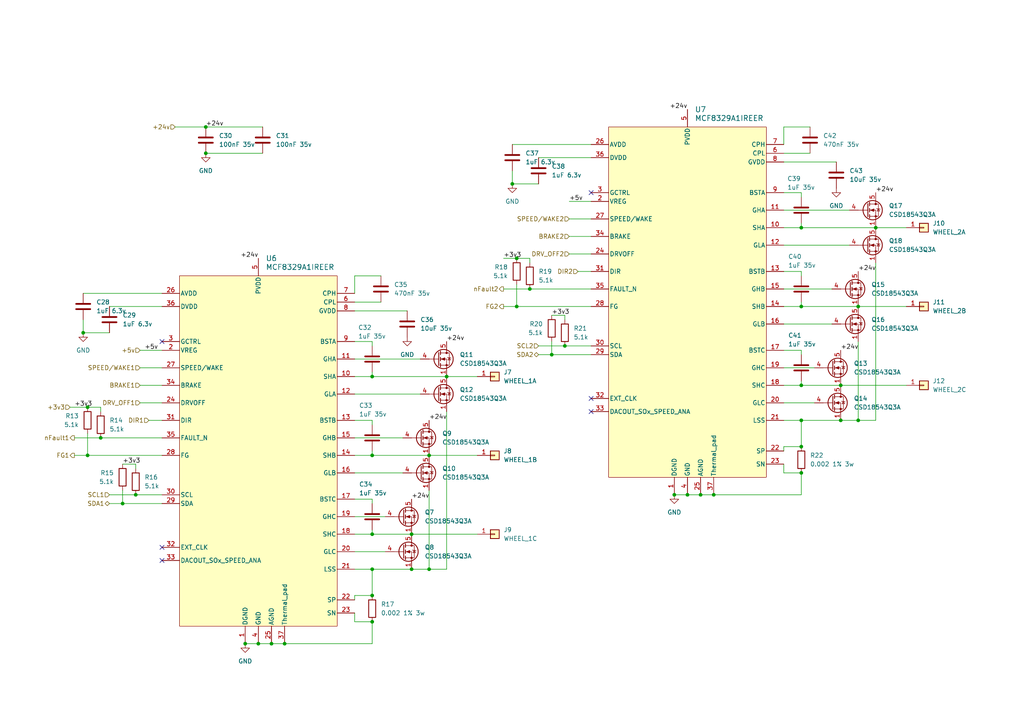
<source format=kicad_sch>
(kicad_sch (version 20250114) (generator "eeschema") (generator_version "9.0")
  (paper "A4")
  (title_block (title "Wheel BLDC Driver") (date "2025-10-25") (rev "0.0.1"))
  (lib_symbols
    (symbol "2025-10-25_02-51-20:MCF8329A1IREER" (pin_names (offset 0.254))
      (property "Reference" "U" (at 0 2.54 0))
      (property "Value" "MCF8329A1IREER" (at 0 0 0))
      (symbol "MCF8329A1IREER_0_1"
        (pin power_in line (at -1.27 0 0) (length 5.08) (name "AVDD") (number "26"))
        (pin power_in line (at -1.27 -3.81 0) (length 5.08) (name "DVDD") (number "36"))
        (pin unspecified line (at -1.27 -13.97 0) (length 5.08) (name "GCTRL") (number "3"))
        (pin power_in line (at -1.27 -16.51 0) (length 5.08) (name "VREG") (number "2"))
        (pin input line (at -1.27 -26.67 0) (length 5.08) (name "BRAKE") (number "34"))
        (pin input line (at -1.27 -31.75 0) (length 5.08) (name "DRVOFF") (number "24"))
        (pin input line (at -1.27 -36.83 0) (length 5.08) (name "DIR") (number "31"))
        (pin open_collector line (at -1.27 -41.91 0) (length 5.08) (name "FAULT_N") (number "35"))
        (pin open_collector line (at -1.27 -46.99 0) (length 5.08) (name "FG") (number "28"))
        (pin input line (at -1.27 -58.42 0) (length 5.08) (name "SCL") (number "30"))
        (pin bidirectional line (at -1.27 -60.96 0) (length 5.08) (name "SDA") (number "29"))
        (pin input line (at -1.27 -73.66 0) (length 5.08) (name "EXT_CLK") (number "32"))
        (pin bidirectional line (at -1.27 -77.47 0) (length 5.08) (name "DACOUT_SOx_SPEED_ANA") (number "33"))
        (pin power_in line (at 22.86 -101.6 90) (length 5.08) (name "DGND") (number "1"))
        (pin power_in line (at 26.67 10.16 270) (length 5.08) (name "PVDD") (number "5"))
        (pin power_in line (at 26.67 -101.6 90) (length 5.08) (name "GND") (number "4"))
        (pin power_in line (at 30.48 -101.6 90) (length 5.08) (name "AGND") (number "25"))
        (pin power_in line (at 34.29 -101.6 90) (length 5.08) (name "Thermal_pad") (number "37"))
        (pin unspecified line (at 54.61 0 180) (length 5.08) (name "CPH") (number "7"))
        (pin unspecified line (at 54.61 -2.54 180) (length 5.08) (name "CPL") (number "6"))
        (pin power_in line (at 54.61 -5.08 180) (length 5.08) (name "GVDD") (number "8"))
        (pin unspecified line (at 54.61 -13.97 180) (length 5.08) (name "BSTA") (number "9"))
        (pin unspecified line (at 54.61 -19.05 180) (length 5.08) (name "GHA") (number "11"))
        (pin unspecified line (at 54.61 -24.13 180) (length 5.08) (name "SHA") (number "10"))
        (pin unspecified line (at 54.61 -29.21 180) (length 5.08) (name "GLA") (number "12"))
        (pin unspecified line (at 54.61 -36.83 180) (length 5.08) (name "BSTB") (number "13"))
        (pin unspecified line (at 54.61 -41.91 180) (length 5.08) (name "GHB") (number "15"))
        (pin unspecified line (at 54.61 -46.99 180) (length 5.08) (name "SHB") (number "14"))
        (pin unspecified line (at 54.61 -52.07 180) (length 5.08) (name "GLB") (number "16"))
        (pin unspecified line (at 54.61 -59.69 180) (length 5.08) (name "BSTC") (number "17"))
        (pin unspecified line (at 54.61 -64.77 180) (length 5.08) (name "GHC") (number "19"))
        (pin unspecified line (at 54.61 -69.85 180) (length 5.08) (name "SHC") (number "18"))
        (pin unspecified line (at 54.61 -74.93 180) (length 5.08) (name "GLC") (number "20"))
        (pin power_in line (at 54.61 -80.01 180) (length 5.08) (name "LSS") (number "21"))
        (pin tri_state line (at 54.61 -88.9 180) (length 5.08) (name "SP") (number "22"))
        (pin tri_state line (at 54.61 -92.71 180) (length 5.08) (name "SN") (number "23"))
      )
      (symbol "MCF8329A1IREER_1_1"
        (rectangle (start 3.81 5.08) (end 49.53 -96.52) (fill (type background)))
        (pin input line (at -1.27 -21.59 0) (length 5.08) (name "SPEED/WAKE") (number "27"))
      )
    )
    (symbol "Connector_Generic:Conn_01x01" (pin_names (offset 1.016) (hide yes))
      (property "Reference" "J" (at 0 2.54 0))
      (property "Value" "Conn_01x01" (at 0 -2.54 0))
      (symbol "Conn_01x01_1_1"
        (rectangle (start -1.27 1.27) (end 1.27 -1.27) (stroke (width 0.254)) (fill (type background)))
        (rectangle (start -1.27 0.127) (end 0 -0.127) (stroke (width 0.1524)))
        (pin passive line (at -5.08 0 0) (length 3.81) (name "Pin_1") (number "1"))
      )
    )
    (symbol "Device:C" (pin_numbers (hide yes)) (pin_names (offset 0.254))
      (property "Reference" "C" (at 0.635 2.54 0))
      (property "Value" "C" (at 0.635 -2.54 0))
      (symbol "C_0_1"
        (polyline (pts (xy -2.032 0.762) (xy 2.032 0.762)) (stroke (width 0.508)))
        (polyline (pts (xy -2.032 -0.762) (xy 2.032 -0.762)) (stroke (width 0.508)))
      )
      (symbol "C_1_1"
        (pin passive line (at 0 3.81 270) (length 2.794) (name "~") (number "1"))
        (pin passive line (at 0 -3.81 90) (length 2.794) (name "~") (number "2"))
      )
    )
    (symbol "Device:R" (pin_numbers (hide yes)) (pin_names (offset 0))
      (property "Reference" "R" (at 2.032 0 90))
      (property "Value" "R" (at 0 0 90))
      (symbol "R_0_1"
        (rectangle (start -1.016 -2.54) (end 1.016 2.54) (stroke (width 0.254)))
      )
      (symbol "R_1_1"
        (pin passive line (at 0 3.81 270) (length 1.27) (name "~") (number "1"))
        (pin passive line (at 0 -3.81 90) (length 1.27) (name "~") (number "2"))
      )
    )
    (symbol "Transistor_FET:CSD18543Q3A" (pin_names (hide yes))
      (property "Reference" "Q" (at 5.08 1.905 0))
      (property "Value" "CSD18543Q3A" (at 5.08 0 0))
      (symbol "CSD18543Q3A_0_1"
        (polyline (pts (xy 0.254 1.905) (xy 0.254 -1.905)) (stroke (width 0.254)))
        (polyline (pts (xy 0.254 0) (xy -2.54 0)))
        (polyline (pts (xy 0.762 2.286) (xy 0.762 1.27)) (stroke (width 0.254)))
        (polyline (pts (xy 0.762 0.508) (xy 0.762 -0.508)) (stroke (width 0.254)))
        (polyline (pts (xy 0.762 -1.27) (xy 0.762 -2.286)) (stroke (width 0.254)))
        (polyline (pts (xy 0.762 -1.778) (xy 3.302 -1.778) (xy 3.302 1.778) (xy 0.762 1.778)))
        (polyline (pts (xy 1.016 0) (xy 2.032 0.381) (xy 2.032 -0.381) (xy 1.016 0)) (fill (type outline)))
        (circle (center 1.651 0) (radius 2.794) (stroke (width 0.254)))
        (polyline (pts (xy 2.54 2.54) (xy 2.54 1.778)))
        (circle (center 2.54 1.778) (radius 0.254) (fill (type outline)))
        (circle (center 2.54 -1.778) (radius 0.254) (fill (type outline)))
        (polyline (pts (xy 2.54 -2.54) (xy 2.54 0) (xy 0.762 0)))
        (polyline (pts (xy 2.794 0.508) (xy 2.921 0.381) (xy 3.683 0.381) (xy 3.81 0.254)))
        (polyline (pts (xy 3.302 0.381) (xy 2.921 -0.254) (xy 3.683 -0.254) (xy 3.302 0.381)))
      )
      (symbol "CSD18543Q3A_1_1"
        (pin passive line (at -5.08 0 0) (length 2.54) (name "G") (number "4"))
        (pin passive line (at 2.54 5.08 270) (length 2.54) (name "D") (number "5"))
        (pin passive line (at 2.54 -5.08 90) (length 2.54) (name "S") (number "1"))
        (pin passive line (at 2.54 -5.08 90) (length 2.54) (hide yes) (name "S") (number "2"))
        (pin passive line (at 2.54 -5.08 90) (length 2.54) (hide yes) (name "S") (number "3"))
      )
    )
    (symbol "power:GND" (power) (pin_numbers (hide yes)) (pin_names (offset 0) (hide yes))
      (property "Value" "GND" (at 0 -3.81 0))
      (symbol "GND_0_1"
        (polyline (pts (xy 0 0) (xy 0 -1.27) (xy 1.27 -1.27) (xy 0 -2.54) (xy -1.27 -1.27) (xy 0 -1.27)))
      )
      (symbol "GND_1_1"
        (pin power_in line (at 0 0 270) (length 0) (name "~") (number "1"))
      )
    )
  )
  (junction (at 107.95 109.22))
  (junction (at 149.86 74.93))
  (junction (at 107.95 165.1))
  (junction (at 232.41 121.92))
  (junction (at 207.01 143.51))
  (junction (at 107.95 154.94))
  (junction (at 203.2 143.51))
  (junction (at 232.41 137.16))
  (junction (at 163.83 100.33))
  (junction (at 243.84 121.92))
  (junction (at 74.93 186.69))
  (junction (at 199.39 143.51))
  (junction (at 248.92 88.9))
  (junction (at 232.41 129.54))
  (junction (at 149.86 88.9))
  (junction (at 59.69 44.45))
  (junction (at 39.37 143.51))
  (junction (at 148.59 53.34))
  (junction (at 124.46 132.08))
  (junction (at 129.54 109.22))
  (junction (at 119.38 165.1))
  (junction (at 35.56 146.05))
  (junction (at 71.12 186.69))
  (junction (at 195.58 143.51))
  (junction (at 25.4 132.08))
  (junction (at 232.41 66.04))
  (junction (at 124.46 165.1))
  (junction (at 232.41 111.76))
  (junction (at 153.67 83.82))
  (junction (at 254 66.04))
  (junction (at 25.4 118.11))
  (junction (at 107.95 180.34))
  (junction (at 107.95 132.08))
  (junction (at 24.13 96.52))
  (junction (at 82.55 186.69))
  (junction (at 59.69 36.83))
  (junction (at 29.21 127))
  (junction (at 232.41 88.9))
  (junction (at 160.02 102.87))
  (junction (at 119.38 154.94))
  (junction (at 243.84 111.76))
  (junction (at 248.92 121.92))
  (junction (at 107.95 172.72))
  (junction (at 78.74 186.69))
  (no_connect (at 171.45 115.57))
  (no_connect (at 171.45 55.88))
  (no_connect (at 46.99 162.56))
  (no_connect (at 46.99 99.06))
  (no_connect (at 46.99 158.75))
  (no_connect (at 171.45 119.38))
  (wire (pts (xy 232.41 64.77) (xy 232.41 66.04)))
  (wire (pts (xy 227.33 121.92) (xy 232.41 121.92)))
  (wire (pts (xy 102.87 137.16) (xy 116.84 137.16)))
  (wire (pts (xy 163.83 100.33) (xy 171.45 100.33)))
  (wire (pts (xy 232.41 101.6) (xy 227.33 101.6)))
  (wire (pts (xy 107.95 100.33) (xy 107.95 99.06)))
  (wire (pts (xy 156.21 102.87) (xy 160.02 102.87)))
  (wire (pts (xy 102.87 172.72) (xy 107.95 172.72)))
  (wire (pts (xy 227.33 116.84) (xy 236.22 116.84)))
  (wire (pts (xy 149.86 82.55) (xy 149.86 88.9)))
  (wire (pts (xy 107.95 144.78) (xy 102.87 144.78)))
  (wire (pts (xy 35.56 146.05) (xy 46.99 146.05)))
  (wire (pts (xy 232.41 78.74) (xy 227.33 78.74)))
  (wire (pts (xy 199.39 143.51) (xy 203.2 143.51)))
  (wire (pts (xy 102.87 173.99) (xy 102.87 172.72)))
  (wire (pts (xy 71.12 186.69) (xy 74.93 186.69)))
  (wire (pts (xy 59.69 36.83) (xy 76.2 36.83)))
  (wire (pts (xy 129.54 119.38) (xy 129.54 165.1)))
  (wire (pts (xy 227.33 66.04) (xy 232.41 66.04)))
  (wire (pts (xy 232.41 121.92) (xy 243.84 121.92)))
  (wire (pts (xy 227.33 83.82) (xy 241.3 83.82)))
  (wire (pts (xy 146.05 83.82) (xy 153.67 83.82)))
  (wire (pts (xy 165.1 68.58) (xy 171.45 68.58)))
  (wire (pts (xy 20.32 118.11) (xy 25.4 118.11)))
  (wire (pts (xy 102.87 87.63) (xy 110.49 87.63)))
  (wire (pts (xy 107.95 130.81) (xy 107.95 132.08)))
  (wire (pts (xy 102.87 80.01) (xy 102.87 85.09)))
  (wire (pts (xy 107.95 180.34) (xy 107.95 186.69)))
  (wire (pts (xy 160.02 91.44) (xy 163.83 91.44)))
  (wire (pts (xy 107.95 165.1) (xy 119.38 165.1)))
  (wire (pts (xy 153.67 74.93) (xy 153.67 76.2)))
  (wire (pts (xy 227.33 111.76) (xy 232.41 111.76)))
  (wire (pts (xy 102.87 160.02) (xy 111.76 160.02)))
  (wire (pts (xy 107.95 146.05) (xy 107.95 144.78)))
  (wire (pts (xy 102.87 104.14) (xy 121.92 104.14)))
  (wire (pts (xy 39.37 143.51) (xy 46.99 143.51)))
  (wire (pts (xy 35.56 134.62) (xy 39.37 134.62)))
  (wire (pts (xy 107.95 107.95) (xy 107.95 109.22)))
  (wire (pts (xy 119.38 165.1) (xy 124.46 165.1)))
  (wire (pts (xy 102.87 154.94) (xy 107.95 154.94)))
  (wire (pts (xy 21.59 132.08) (xy 25.4 132.08)))
  (wire (pts (xy 149.86 74.93) (xy 146.05 74.93)))
  (wire (pts (xy 232.41 55.88) (xy 227.33 55.88)))
  (wire (pts (xy 102.87 114.3) (xy 121.92 114.3)))
  (wire (pts (xy 29.21 127) (xy 46.99 127)))
  (wire (pts (xy 31.75 146.05) (xy 35.56 146.05)))
  (wire (pts (xy 227.33 46.99) (xy 242.57 46.99)))
  (wire (pts (xy 25.4 132.08) (xy 46.99 132.08)))
  (wire (pts (xy 248.92 99.06) (xy 248.92 121.92)))
  (wire (pts (xy 107.95 121.92) (xy 102.87 121.92)))
  (wire (pts (xy 232.41 80.01) (xy 232.41 78.74)))
  (wire (pts (xy 24.13 96.52) (xy 31.75 96.52)))
  (wire (pts (xy 40.64 106.68) (xy 46.99 106.68)))
  (wire (pts (xy 25.4 125.73) (xy 25.4 132.08)))
  (wire (pts (xy 107.95 186.69) (xy 82.55 186.69)))
  (wire (pts (xy 243.84 121.92) (xy 248.92 121.92)))
  (wire (pts (xy 227.33 71.12) (xy 246.38 71.12)))
  (wire (pts (xy 43.18 121.92) (xy 46.99 121.92)))
  (wire (pts (xy 107.95 132.08) (xy 124.46 132.08)))
  (wire (pts (xy 227.33 88.9) (xy 232.41 88.9)))
  (wire (pts (xy 195.58 143.51) (xy 199.39 143.51)))
  (wire (pts (xy 232.41 88.9) (xy 248.92 88.9)))
  (wire (pts (xy 124.46 132.08) (xy 138.43 132.08)))
  (wire (pts (xy 29.21 118.11) (xy 25.4 118.11)))
  (wire (pts (xy 40.64 101.6) (xy 46.99 101.6)))
  (wire (pts (xy 129.54 109.22) (xy 138.43 109.22)))
  (wire (pts (xy 148.59 49.53) (xy 148.59 53.34)))
  (wire (pts (xy 160.02 99.06) (xy 160.02 102.87)))
  (wire (pts (xy 232.41 137.16) (xy 227.33 137.16)))
  (wire (pts (xy 149.86 88.9) (xy 171.45 88.9)))
  (wire (pts (xy 165.1 58.42) (xy 171.45 58.42)))
  (wire (pts (xy 40.64 116.84) (xy 46.99 116.84)))
  (wire (pts (xy 124.46 142.24) (xy 124.46 165.1)))
  (wire (pts (xy 107.95 99.06) (xy 102.87 99.06)))
  (wire (pts (xy 160.02 102.87) (xy 171.45 102.87)))
  (wire (pts (xy 163.83 91.44) (xy 163.83 92.71)))
  (wire (pts (xy 248.92 88.9) (xy 262.89 88.9)))
  (wire (pts (xy 102.87 149.86) (xy 111.76 149.86)))
  (wire (pts (xy 232.41 111.76) (xy 243.84 111.76)))
  (wire (pts (xy 232.41 121.92) (xy 232.41 129.54)))
  (wire (pts (xy 31.75 88.9) (xy 46.99 88.9)))
  (wire (pts (xy 232.41 110.49) (xy 232.41 111.76)))
  (wire (pts (xy 107.95 154.94) (xy 119.38 154.94)))
  (wire (pts (xy 153.67 74.93) (xy 149.86 74.93)))
  (wire (pts (xy 29.21 119.38) (xy 29.21 118.11)))
  (wire (pts (xy 148.59 53.34) (xy 156.21 53.34)))
  (wire (pts (xy 102.87 127) (xy 116.84 127)))
  (wire (pts (xy 232.41 57.15) (xy 232.41 55.88)))
  (wire (pts (xy 119.38 154.94) (xy 138.43 154.94)))
  (wire (pts (xy 156.21 100.33) (xy 163.83 100.33)))
  (wire (pts (xy 31.75 143.51) (xy 39.37 143.51)))
  (wire (pts (xy 227.33 44.45) (xy 234.95 44.45)))
  (wire (pts (xy 102.87 90.17) (xy 118.11 90.17)))
  (wire (pts (xy 165.1 73.66) (xy 171.45 73.66)))
  (wire (pts (xy 227.33 106.68) (xy 236.22 106.68)))
  (wire (pts (xy 146.05 88.9) (xy 149.86 88.9)))
  (wire (pts (xy 248.92 121.92) (xy 254 121.92)))
  (wire (pts (xy 254 76.2) (xy 254 121.92)))
  (wire (pts (xy 40.64 111.76) (xy 46.99 111.76)))
  (wire (pts (xy 35.56 142.24) (xy 35.56 146.05)))
  (wire (pts (xy 110.49 80.01) (xy 102.87 80.01)))
  (wire (pts (xy 59.69 44.45) (xy 76.2 44.45)))
  (wire (pts (xy 102.87 165.1) (xy 107.95 165.1)))
  (wire (pts (xy 227.33 93.98) (xy 241.3 93.98)))
  (wire (pts (xy 227.33 130.81) (xy 227.33 129.54)))
  (wire (pts (xy 24.13 92.71) (xy 24.13 96.52)))
  (wire (pts (xy 232.41 66.04) (xy 254 66.04)))
  (wire (pts (xy 107.95 180.34) (xy 102.87 180.34)))
  (wire (pts (xy 243.84 111.76) (xy 262.89 111.76)))
  (wire (pts (xy 165.1 63.5) (xy 171.45 63.5)))
  (wire (pts (xy 167.64 78.74) (xy 171.45 78.74)))
  (wire (pts (xy 124.46 165.1) (xy 129.54 165.1)))
  (wire (pts (xy 232.41 143.51) (xy 207.01 143.51)))
  (wire (pts (xy 102.87 132.08) (xy 107.95 132.08)))
  (wire (pts (xy 107.95 165.1) (xy 107.95 172.72)))
  (wire (pts (xy 39.37 134.62) (xy 39.37 135.89)))
  (wire (pts (xy 227.33 137.16) (xy 227.33 134.62)))
  (wire (pts (xy 21.59 127) (xy 29.21 127)))
  (wire (pts (xy 107.95 153.67) (xy 107.95 154.94)))
  (wire (pts (xy 107.95 123.19) (xy 107.95 121.92)))
  (wire (pts (xy 232.41 137.16) (xy 232.41 143.51)))
  (wire (pts (xy 24.13 85.09) (xy 46.99 85.09)))
  (wire (pts (xy 227.33 36.83) (xy 227.33 41.91)))
  (wire (pts (xy 234.95 36.83) (xy 227.33 36.83)))
  (wire (pts (xy 203.2 143.51) (xy 207.01 143.51)))
  (wire (pts (xy 156.21 45.72) (xy 171.45 45.72)))
  (wire (pts (xy 102.87 109.22) (xy 107.95 109.22)))
  (wire (pts (xy 227.33 129.54) (xy 232.41 129.54)))
  (wire (pts (xy 78.74 186.69) (xy 82.55 186.69)))
  (wire (pts (xy 227.33 60.96) (xy 246.38 60.96)))
  (wire (pts (xy 102.87 180.34) (xy 102.87 177.8)))
  (wire (pts (xy 254 66.04) (xy 262.89 66.04)))
  (wire (pts (xy 148.59 41.91) (xy 171.45 41.91)))
  (wire (pts (xy 74.93 186.69) (xy 78.74 186.69)))
  (wire (pts (xy 232.41 87.63) (xy 232.41 88.9)))
  (wire (pts (xy 50.8 36.83) (xy 59.69 36.83)))
  (wire (pts (xy 232.41 102.87) (xy 232.41 101.6)))
  (wire (pts (xy 153.67 83.82) (xy 171.45 83.82)))
  (wire (pts (xy 107.95 109.22) (xy 129.54 109.22)))
  (label "+24v" (at 74.93 74.93 180))
  (label "+24v" (at 248.92 78.74 0))
  (label "+24v" (at 59.69 36.83 0))
  (label "+5v" (at 41.91 101.6 0))
  (label "+5v" (at 165.1 58.42 0))
  (label "+3v3" (at 146.05 74.93 0))
  (label "+24v" (at 129.54 99.06 0))
  (label "+24v" (at 254 55.88 0))
  (label "+24v" (at 119.38 144.78 0))
  (label "+24v" (at 199.39 31.75 180))
  (label "+24v" (at 124.46 121.92 0))
  (label "+3v3" (at 35.56 134.62 0))
  (label "+24v" (at 243.84 101.6 0))
  (label "+3v3" (at 21.59 118.11 0))
  (label "+3v3" (at 160.02 91.44 0))
  (hierarchical_label "DIR2" (shape input) (at 167.64 78.74 180))
  (hierarchical_label "SDA1" (shape bidirectional) (at 31.75 146.05 180))
  (hierarchical_label "DRV_OFF1" (shape input) (at 40.64 116.84 180))
  (hierarchical_label "DRV_OFF2" (shape input) (at 165.1 73.66 180))
  (hierarchical_label "SCL2" (shape input) (at 156.21 100.33 180))
  (hierarchical_label "FG2" (shape output) (at 146.05 88.9 180))
  (hierarchical_label "FG1" (shape output) (at 21.59 132.08 180))
  (hierarchical_label "nFault1" (shape output) (at 21.59 127 180))
  (hierarchical_label "SCL1" (shape input) (at 31.75 143.51 180))
  (hierarchical_label "BRAKE2" (shape input) (at 165.1 68.58 180))
  (hierarchical_label "BRAKE1" (shape input) (at 40.64 111.76 180))
  (hierarchical_label "+24v" (shape input) (at 50.8 36.83 180))
  (hierarchical_label "SPEED{slash}WAKE2" (shape input) (at 165.1 63.5 180))
  (hierarchical_label "SPEED{slash}WAKE1" (shape input) (at 40.64 106.68 180))
  (hierarchical_label "SDA2" (shape bidirectional) (at 156.21 102.87 180))
  (hierarchical_label "+3v3" (shape input) (at 20.32 118.11 180))
  (hierarchical_label "DIR1" (shape input) (at 43.18 121.92 180))
  (hierarchical_label "nFault2" (shape output) (at 146.05 83.82 180))
  (hierarchical_label "+5v" (shape input) (at 40.64 101.6 180))
  (symbol (lib_id "Transistor_FET:CSD18543Q3A") (at 241.3 106.68 0) (unit 1)
    (property "Reference" "Q13" (at 247.65 105.4099 0) (effects (justify left)))
    (property "Value" "CSD18543Q3A" (at 247.65 107.9499 0) (effects (justify left)))
    (property "Footprint" "Package_SON:VSON-8_3.3x3.3mm_P0.65mm_NexFET" (effects (hide yes)))
    (property "Datasheet" "https://www.ti.com/lit/ds/symlink/csd18543q3a.pdf" (effects (hide yes)))
    (property "Description" "35A Id, 60V Vds, NexFET N-Channel Power MOSFET, 8.1mOhm Ron, Qg Typ 11.1nC, VSON-8 3.3x3.3mm" (effects (hide yes)))
  )
  (symbol (lib_id "Device:C") (at 107.95 104.14 0) (unit 1)
    (property "Reference" "C32" (at 103.886 94.996 0) (effects (justify left)))
    (property "Value" "1uF 35v" (at 103.886 97.536 0) (effects (justify left)))
    (property "Footprint" "Capacitor_SMD:C_0402_1005Metric" (effects (hide yes)))
    (property "Description" "Unpolarized capacitor" (effects (hide yes)))
  )
  (symbol (lib_id "power:GND") (at 24.13 96.52 0) (unit 1)
    (property "Reference" "#PWR017" (effects (hide yes)))
    (property "Value" "GND" (at 24.13 101.6 0))
    (property "Description" "Power symbol creates a global label with name \"GND\" , ground" (effects (hide yes)))
  )
  (symbol (lib_id "Device:C") (at 107.95 149.86 0) (unit 1)
    (property "Reference" "C34" (at 104.14 140.462 0) (effects (justify left)))
    (property "Value" "1uF 35v" (at 104.14 143.002 0) (effects (justify left)))
    (property "Footprint" "Capacitor_SMD:C_0402_1005Metric" (effects (hide yes)))
    (property "Description" "Unpolarized capacitor" (effects (hide yes)))
  )
  (symbol (lib_id "Transistor_FET:CSD18543Q3A") (at 121.92 137.16 0) (unit 1)
    (property "Reference" "Q10" (at 128.27 135.8899 0) (effects (justify left)))
    (property "Value" "CSD18543Q3A" (at 128.27 138.4299 0) (effects (justify left)))
    (property "Footprint" "Package_SON:VSON-8_3.3x3.3mm_P0.65mm_NexFET" (effects (hide yes)))
    (property "Datasheet" "https://www.ti.com/lit/ds/symlink/csd18543q3a.pdf" (effects (hide yes)))
    (property "Description" "35A Id, 60V Vds, NexFET N-Channel Power MOSFET, 8.1mOhm Ron, Qg Typ 11.1nC, VSON-8 3.3x3.3mm" (effects (hide yes)))
  )
  (symbol (lib_id "Device:C") (at 110.49 83.82 0) (unit 1)
    (property "Reference" "C35" (at 114.3 82.5499 0) (effects (justify left)))
    (property "Value" "470nF 35v" (at 114.3 85.0899 0) (effects (justify left)))
    (property "Footprint" "Capacitor_SMD:C_0402_1005Metric" (effects (hide yes)))
    (property "Description" "Unpolarized capacitor" (effects (hide yes)))
  )
  (symbol (lib_id "Device:R") (at 29.21 123.19 0) (unit 1)
    (property "Reference" "R14" (at 31.75 121.9199 0) (effects (justify left)))
    (property "Value" "5.1k" (at 31.75 124.4599 0) (effects (justify left)))
    (property "Footprint" "Resistor_SMD:R_0402_1005Metric" (effects (hide yes)))
    (property "Description" "Resistor" (effects (hide yes)))
  )
  (symbol (lib_id "Transistor_FET:CSD18543Q3A") (at 116.84 160.02 0) (unit 1)
    (property "Reference" "Q8" (at 123.19 158.7499 0) (effects (justify left)))
    (property "Value" "CSD18543Q3A" (at 123.19 161.2899 0) (effects (justify left)))
    (property "Footprint" "Package_SON:VSON-8_3.3x3.3mm_P0.65mm_NexFET" (effects (hide yes)))
    (property "Datasheet" "https://www.ti.com/lit/ds/symlink/csd18543q3a.pdf" (effects (hide yes)))
    (property "Description" "35A Id, 60V Vds, NexFET N-Channel Power MOSFET, 8.1mOhm Ron, Qg Typ 11.1nC, VSON-8 3.3x3.3mm" (effects (hide yes)))
  )
  (symbol (lib_id "Transistor_FET:CSD18543Q3A") (at 116.84 149.86 0) (unit 1)
    (property "Reference" "Q7" (at 123.19 148.5899 0) (effects (justify left)))
    (property "Value" "CSD18543Q3A" (at 123.19 151.1299 0) (effects (justify left)))
    (property "Footprint" "Package_SON:VSON-8_3.3x3.3mm_P0.65mm_NexFET" (effects (hide yes)))
    (property "Datasheet" "https://www.ti.com/lit/ds/symlink/csd18543q3a.pdf" (effects (hide yes)))
    (property "Description" "35A Id, 60V Vds, NexFET N-Channel Power MOSFET, 8.1mOhm Ron, Qg Typ 11.1nC, VSON-8 3.3x3.3mm" (effects (hide yes)))
  )
  (symbol (lib_id "Device:C") (at 232.41 60.96 0) (unit 1)
    (property "Reference" "C39" (at 228.346 51.816 0) (effects (justify left)))
    (property "Value" "1uF 35v" (at 228.346 54.356 0) (effects (justify left)))
    (property "Footprint" "Capacitor_SMD:C_0402_1005Metric" (effects (hide yes)))
    (property "Description" "Unpolarized capacitor" (effects (hide yes)))
  )
  (symbol (lib_id "Device:C") (at 232.41 106.68 0) (unit 1)
    (property "Reference" "C41" (at 228.6 97.282 0) (effects (justify left)))
    (property "Value" "1uF 35v" (at 228.6 99.822 0) (effects (justify left)))
    (property "Footprint" "Capacitor_SMD:C_0402_1005Metric" (effects (hide yes)))
    (property "Description" "Unpolarized capacitor" (effects (hide yes)))
  )
  (symbol (lib_id "Device:R") (at 35.56 138.43 0) (mirror y) (unit 1)
    (property "Reference" "R15" (at 33.02 137.1599 0) (effects (justify left)))
    (property "Value" "5.1k" (at 33.02 139.6999 0) (effects (justify left)))
    (property "Footprint" "Resistor_SMD:R_0402_1005Metric" (effects (hide yes)))
    (property "Description" "Resistor" (effects (hide yes)))
  )
  (symbol (lib_id "power:GND") (at 118.11 97.79 0) (unit 1)
    (property "Reference" "#PWR020" (effects (hide yes)))
    (property "Value" "GND" (at 118.11 102.87 0))
    (property "Description" "Power symbol creates a global label with name \"GND\" , ground" (effects (hide yes)))
  )
  (symbol (lib_id "Device:R") (at 163.83 96.52 0) (unit 1)
    (property "Reference" "R21" (at 166.37 95.2499 0) (effects (justify left)))
    (property "Value" "5.1k" (at 166.37 97.7899 0) (effects (justify left)))
    (property "Footprint" "Resistor_SMD:R_0402_1005Metric" (effects (hide yes)))
    (property "Description" "Resistor" (effects (hide yes)))
  )
  (symbol (lib_id "Connector_Generic:Conn_01x01") (at 143.51 132.08 0) (unit 1)
    (property "Reference" "J8" (at 146.05 130.8099 0) (effects (justify left)))
    (property "Value" "WHEEL_1B" (at 146.05 133.3499 0) (effects (justify left)))
    (property "Footprint" "footprints:WIRE" (effects (hide yes)))
    (property "Description" "Generic connector, single row, 01x01, script generated (kicad-library-utils/schlib/autogen/connector/)" (effects (hide yes)))
  )
  (symbol (lib_id "Transistor_FET:CSD18543Q3A") (at 246.38 83.82 0) (unit 1)
    (property "Reference" "Q15" (at 252.73 82.5499 0) (effects (justify left)))
    (property "Value" "CSD18543Q3A" (at 252.73 85.0899 0) (effects (justify left)))
    (property "Footprint" "Package_SON:VSON-8_3.3x3.3mm_P0.65mm_NexFET" (effects (hide yes)))
    (property "Datasheet" "https://www.ti.com/lit/ds/symlink/csd18543q3a.pdf" (effects (hide yes)))
    (property "Description" "35A Id, 60V Vds, NexFET N-Channel Power MOSFET, 8.1mOhm Ron, Qg Typ 11.1nC, VSON-8 3.3x3.3mm" (effects (hide yes)))
  )
  (symbol (lib_id "Device:C") (at 76.2 40.64 0) (unit 1)
    (property "Reference" "C31" (at 80.01 39.3699 0) (effects (justify left)))
    (property "Value" "100nF 35v" (at 80.01 41.9099 0) (effects (justify left)))
    (property "Footprint" "Capacitor_SMD:C_0402_1005Metric" (effects (hide yes)))
    (property "Description" "Unpolarized capacitor" (effects (hide yes)))
  )
  (symbol (lib_id "power:GND") (at 195.58 143.51 0) (unit 1)
    (property "Reference" "#PWR022" (effects (hide yes)))
    (property "Value" "GND" (at 195.58 148.59 0))
    (property "Description" "Power symbol creates a global label with name \"GND\" , ground" (effects (hide yes)))
  )
  (symbol (lib_id "Connector_Generic:Conn_01x01") (at 267.97 88.9 0) (unit 1)
    (property "Reference" "J11" (at 270.51 87.6299 0) (effects (justify left)))
    (property "Value" "WHEEL_2B" (at 270.51 90.1699 0) (effects (justify left)))
    (property "Footprint" "footprints:WIRE" (effects (hide yes)))
    (property "Description" "Generic connector, single row, 01x01, script generated (kicad-library-utils/schlib/autogen/connector/)" (effects (hide yes)))
  )
  (symbol (lib_id "Device:C") (at 234.95 40.64 0) (unit 1)
    (property "Reference" "C42" (at 238.76 39.3699 0) (effects (justify left)))
    (property "Value" "470nF 35v" (at 238.76 41.9099 0) (effects (justify left)))
    (property "Footprint" "Capacitor_SMD:C_0402_1005Metric" (effects (hide yes)))
    (property "Description" "Unpolarized capacitor" (effects (hide yes)))
  )
  (symbol (lib_id "Device:C") (at 59.69 40.64 0) (unit 1)
    (property "Reference" "C30" (at 63.5 39.3699 0) (effects (justify left)))
    (property "Value" "100nF 35v" (at 63.5 41.9099 0) (effects (justify left)))
    (property "Footprint" "Capacitor_SMD:C_0402_1005Metric" (effects (hide yes)))
    (property "Description" "Unpolarized capacitor" (effects (hide yes)))
  )
  (symbol (lib_id "Device:C") (at 232.41 83.82 0) (unit 1)
    (property "Reference" "C40" (at 228.6 74.422 0) (effects (justify left)))
    (property "Value" "1uF 35v" (at 228.6 76.962 0) (effects (justify left)))
    (property "Footprint" "Capacitor_SMD:C_0402_1005Metric" (effects (hide yes)))
    (property "Description" "Unpolarized capacitor" (effects (hide yes)))
  )
  (symbol (lib_id "power:GND") (at 148.59 53.34 0) (unit 1)
    (property "Reference" "#PWR021" (effects (hide yes)))
    (property "Value" "GND" (at 148.59 58.42 0))
    (property "Description" "Power symbol creates a global label with name \"GND\" , ground" (effects (hide yes)))
  )
  (symbol (lib_id "power:GND") (at 59.69 44.45 0) (unit 1)
    (property "Reference" "#PWR018" (effects (hide yes)))
    (property "Value" "GND" (at 59.69 49.53 0))
    (property "Description" "Power symbol creates a global label with name \"GND\" , ground" (effects (hide yes)))
  )
  (symbol (lib_id "Device:R") (at 25.4 121.92 0) (mirror y) (unit 1)
    (property "Reference" "R13" (at 22.86 120.6499 0) (effects (justify left)))
    (property "Value" "5.1k" (at 22.86 123.1899 0) (effects (justify left)))
    (property "Footprint" "Resistor_SMD:R_0402_1005Metric" (effects (hide yes)))
    (property "Description" "Resistor" (effects (hide yes)))
  )
  (symbol (lib_id "Device:C") (at 242.57 50.8 0) (unit 1)
    (property "Reference" "C43" (at 246.38 49.5299 0) (effects (justify left)))
    (property "Value" "10uF 35v" (at 246.38 52.0699 0) (effects (justify left)))
    (property "Footprint" "Capacitor_SMD:C_0603_1608Metric" (effects (hide yes)))
    (property "Description" "Unpolarized capacitor" (effects (hide yes)))
  )
  (symbol (lib_id "Device:R") (at 149.86 78.74 0) (mirror y) (unit 1)
    (property "Reference" "R18" (at 147.32 77.4699 0) (effects (justify left)))
    (property "Value" "5.1k" (at 147.32 80.0099 0) (effects (justify left)))
    (property "Footprint" "Resistor_SMD:R_0402_1005Metric" (effects (hide yes)))
    (property "Description" "Resistor" (effects (hide yes)))
  )
  (symbol (lib_id "Device:C") (at 24.13 88.9 0) (unit 1)
    (property "Reference" "C28" (at 27.94 87.6299 0) (effects (justify left)))
    (property "Value" "1uF 6.3v" (at 27.94 90.1699 0) (effects (justify left)))
    (property "Footprint" "Capacitor_SMD:C_0402_1005Metric" (effects (hide yes)))
    (property "Description" "Unpolarized capacitor" (effects (hide yes)))
  )
  (symbol (lib_id "Transistor_FET:CSD18543Q3A") (at 251.46 60.96 0) (unit 1)
    (property "Reference" "Q17" (at 257.81 59.6899 0) (effects (justify left)))
    (property "Value" "CSD18543Q3A" (at 257.81 62.2299 0) (effects (justify left)))
    (property "Footprint" "Package_SON:VSON-8_3.3x3.3mm_P0.65mm_NexFET" (effects (hide yes)))
    (property "Datasheet" "https://www.ti.com/lit/ds/symlink/csd18543q3a.pdf" (effects (hide yes)))
    (property "Description" "35A Id, 60V Vds, NexFET N-Channel Power MOSFET, 8.1mOhm Ron, Qg Typ 11.1nC, VSON-8 3.3x3.3mm" (effects (hide yes)))
  )
  (symbol (lib_id "Device:R") (at 160.02 95.25 0) (mirror y) (unit 1)
    (property "Reference" "R20" (at 157.48 93.9799 0) (effects (justify left)))
    (property "Value" "5.1k" (at 157.48 96.5199 0) (effects (justify left)))
    (property "Footprint" "Resistor_SMD:R_0402_1005Metric" (effects (hide yes)))
    (property "Description" "Resistor" (effects (hide yes)))
  )
  (symbol (lib_id "Connector_Generic:Conn_01x01") (at 267.97 111.76 0) (unit 1)
    (property "Reference" "J12" (at 270.51 110.4899 0) (effects (justify left)))
    (property "Value" "WHEEL_2C" (at 270.51 113.0299 0) (effects (justify left)))
    (property "Footprint" "footprints:WIRE" (effects (hide yes)))
    (property "Description" "Generic connector, single row, 01x01, script generated (kicad-library-utils/schlib/autogen/connector/)" (effects (hide yes)))
  )
  (symbol (lib_id "Connector_Generic:Conn_01x01") (at 267.97 66.04 0) (unit 1)
    (property "Reference" "J10" (at 270.51 64.7699 0) (effects (justify left)))
    (property "Value" "WHEEL_2A" (at 270.51 67.3099 0) (effects (justify left)))
    (property "Footprint" "footprints:WIRE" (effects (hide yes)))
    (property "Description" "Generic connector, single row, 01x01, script generated (kicad-library-utils/schlib/autogen/connector/)" (effects (hide yes)))
  )
  (symbol (lib_id "Connector_Generic:Conn_01x01") (at 143.51 154.94 0) (unit 1)
    (property "Reference" "J9" (at 146.05 153.6699 0) (effects (justify left)))
    (property "Value" "WHEEL_1C" (at 146.05 156.2099 0) (effects (justify left)))
    (property "Footprint" "footprints:WIRE" (effects (hide yes)))
    (property "Description" "Generic connector, single row, 01x01, script generated (kicad-library-utils/schlib/autogen/connector/)" (effects (hide yes)))
  )
  (symbol (lib_id "Transistor_FET:CSD18543Q3A") (at 251.46 71.12 0) (unit 1)
    (property "Reference" "Q18" (at 257.81 69.8499 0) (effects (justify left)))
    (property "Value" "CSD18543Q3A" (at 257.81 72.3899 0) (effects (justify left)))
    (property "Footprint" "Package_SON:VSON-8_3.3x3.3mm_P0.65mm_NexFET" (effects (hide yes)))
    (property "Datasheet" "https://www.ti.com/lit/ds/symlink/csd18543q3a.pdf" (effects (hide yes)))
    (property "Description" "35A Id, 60V Vds, NexFET N-Channel Power MOSFET, 8.1mOhm Ron, Qg Typ 11.1nC, VSON-8 3.3x3.3mm" (effects (hide yes)))
  )
  (symbol (lib_id "Device:R") (at 153.67 80.01 0) (unit 1)
    (property "Reference" "R19" (at 156.21 78.7399 0) (effects (justify left)))
    (property "Value" "5.1k" (at 156.21 81.2799 0) (effects (justify left)))
    (property "Footprint" "Resistor_SMD:R_0402_1005Metric" (effects (hide yes)))
    (property "Description" "Resistor" (effects (hide yes)))
  )
  (symbol (lib_id "Transistor_FET:CSD18543Q3A") (at 241.3 116.84 0) (unit 1)
    (property "Reference" "Q14" (at 247.65 115.5699 0) (effects (justify left)))
    (property "Value" "CSD18543Q3A" (at 247.65 118.1099 0) (effects (justify left)))
    (property "Footprint" "Package_SON:VSON-8_3.3x3.3mm_P0.65mm_NexFET" (effects (hide yes)))
    (property "Datasheet" "https://www.ti.com/lit/ds/symlink/csd18543q3a.pdf" (effects (hide yes)))
    (property "Description" "35A Id, 60V Vds, NexFET N-Channel Power MOSFET, 8.1mOhm Ron, Qg Typ 11.1nC, VSON-8 3.3x3.3mm" (effects (hide yes)))
  )
  (symbol (lib_id "power:GND") (at 71.12 186.69 0) (unit 1)
    (property "Reference" "#PWR019" (effects (hide yes)))
    (property "Value" "GND" (at 71.12 191.77 0))
    (property "Description" "Power symbol creates a global label with name \"GND\" , ground" (effects (hide yes)))
  )
  (symbol (lib_id "2025-10-25_02-51-20:MCF8329A1IREER") (at 48.26 85.09 0) (unit 1)
    (property "Reference" "U6" (at 77.0733 74.93 0) (effects (font (size 1.524 1.524)) (justify left)))
    (property "Value" "MCF8329A1IREER" (at 77.0733 77.47 0) (effects (font (size 1.524 1.524)) (justify left)))
    (property "Footprint" "footprints:REE0036A-IPC_A" (effects (hide yes)))
    (property "Datasheet" "https://www.ti.com/lit/gpn/mcf8329a" (effects (hide yes)))
  )
  (symbol (lib_id "Device:R") (at 232.41 133.35 0) (unit 1)
    (property "Reference" "R22" (at 234.95 132.0799 0) (effects (justify left)))
    (property "Value" "0.002 1% 3w" (at 234.95 134.6199 0) (effects (justify left)))
    (property "Footprint" "Resistor_SMD:R_2512_6332Metric" (effects (hide yes)))
    (property "Description" "Resistor" (effects (hide yes)))
  )
  (symbol (lib_id "Transistor_FET:CSD18543Q3A") (at 121.92 127 0) (unit 1)
    (property "Reference" "Q9" (at 128.27 125.7299 0) (effects (justify left)))
    (property "Value" "CSD18543Q3A" (at 128.27 128.2699 0) (effects (justify left)))
    (property "Footprint" "Package_SON:VSON-8_3.3x3.3mm_P0.65mm_NexFET" (effects (hide yes)))
    (property "Datasheet" "https://www.ti.com/lit/ds/symlink/csd18543q3a.pdf" (effects (hide yes)))
    (property "Description" "35A Id, 60V Vds, NexFET N-Channel Power MOSFET, 8.1mOhm Ron, Qg Typ 11.1nC, VSON-8 3.3x3.3mm" (effects (hide yes)))
  )
  (symbol (lib_id "2025-10-25_02-51-20:MCF8329A1IREER") (at 172.72 41.91 0) (unit 1)
    (property "Reference" "U7" (at 201.5333 31.75 0) (effects (font (size 1.524 1.524)) (justify left)))
    (property "Value" "MCF8329A1IREER" (at 201.5333 34.29 0) (effects (font (size 1.524 1.524)) (justify left)))
    (property "Footprint" "footprints:REE0036A-IPC_A" (effects (hide yes)))
    (property "Datasheet" "https://www.ti.com/lit/gpn/mcf8329a" (effects (hide yes)))
  )
  (symbol (lib_id "Device:C") (at 118.11 93.98 0) (unit 1)
    (property "Reference" "C36" (at 121.92 92.7099 0) (effects (justify left)))
    (property "Value" "10uF 35v" (at 121.92 95.2499 0) (effects (justify left)))
    (property "Footprint" "Capacitor_SMD:C_0603_1608Metric" (effects (hide yes)))
    (property "Description" "Unpolarized capacitor" (effects (hide yes)))
  )
  (symbol (lib_id "Device:R") (at 107.95 176.53 0) (unit 1)
    (property "Reference" "R17" (at 110.49 175.2599 0) (effects (justify left)))
    (property "Value" "0.002 1% 3w" (at 110.49 177.7999 0) (effects (justify left)))
    (property "Footprint" "Resistor_SMD:R_2512_6332Metric" (effects (hide yes)))
    (property "Description" "Resistor" (effects (hide yes)))
  )
  (symbol (lib_id "Transistor_FET:CSD18543Q3A") (at 127 104.14 0) (unit 1)
    (property "Reference" "Q11" (at 133.35 102.8699 0) (effects (justify left)))
    (property "Value" "CSD18543Q3A" (at 133.35 105.4099 0) (effects (justify left)))
    (property "Footprint" "Package_SON:VSON-8_3.3x3.3mm_P0.65mm_NexFET" (effects (hide yes)))
    (property "Datasheet" "https://www.ti.com/lit/ds/symlink/csd18543q3a.pdf" (effects (hide yes)))
    (property "Description" "35A Id, 60V Vds, NexFET N-Channel Power MOSFET, 8.1mOhm Ron, Qg Typ 11.1nC, VSON-8 3.3x3.3mm" (effects (hide yes)))
  )
  (symbol (lib_id "Transistor_FET:CSD18543Q3A") (at 127 114.3 0) (unit 1)
    (property "Reference" "Q12" (at 133.35 113.0299 0) (effects (justify left)))
    (property "Value" "CSD18543Q3A" (at 133.35 115.5699 0) (effects (justify left)))
    (property "Footprint" "Package_SON:VSON-8_3.3x3.3mm_P0.65mm_NexFET" (effects (hide yes)))
    (property "Datasheet" "https://www.ti.com/lit/ds/symlink/csd18543q3a.pdf" (effects (hide yes)))
    (property "Description" "35A Id, 60V Vds, NexFET N-Channel Power MOSFET, 8.1mOhm Ron, Qg Typ 11.1nC, VSON-8 3.3x3.3mm" (effects (hide yes)))
  )
  (symbol (lib_id "Device:R") (at 39.37 139.7 0) (unit 1)
    (property "Reference" "R16" (at 41.91 138.4299 0) (effects (justify left)))
    (property "Value" "5.1k" (at 41.91 140.9699 0) (effects (justify left)))
    (property "Footprint" "Resistor_SMD:R_0402_1005Metric" (effects (hide yes)))
    (property "Description" "Resistor" (effects (hide yes)))
  )
  (symbol (lib_id "Transistor_FET:CSD18543Q3A") (at 246.38 93.98 0) (unit 1)
    (property "Reference" "Q16" (at 252.73 92.7099 0) (effects (justify left)))
    (property "Value" "CSD18543Q3A" (at 252.73 95.2499 0) (effects (justify left)))
    (property "Footprint" "Package_SON:VSON-8_3.3x3.3mm_P0.65mm_NexFET" (effects (hide yes)))
    (property "Datasheet" "https://www.ti.com/lit/ds/symlink/csd18543q3a.pdf" (effects (hide yes)))
    (property "Description" "35A Id, 60V Vds, NexFET N-Channel Power MOSFET, 8.1mOhm Ron, Qg Typ 11.1nC, VSON-8 3.3x3.3mm" (effects (hide yes)))
  )
  (symbol (lib_id "Connector_Generic:Conn_01x01") (at 143.51 109.22 0) (unit 1)
    (property "Reference" "J7" (at 146.05 107.9499 0) (effects (justify left)))
    (property "Value" "WHEEL_1A" (at 146.05 110.4899 0) (effects (justify left)))
    (property "Footprint" "footprints:WIRE" (effects (hide yes)))
    (property "Description" "Generic connector, single row, 01x01, script generated (kicad-library-utils/schlib/autogen/connector/)" (effects (hide yes)))
  )
  (symbol (lib_id "power:GND") (at 242.57 54.61 0) (unit 1)
    (property "Reference" "#PWR023" (effects (hide yes)))
    (property "Value" "GND" (at 242.57 59.69 0))
    (property "Description" "Power symbol creates a global label with name \"GND\" , ground" (effects (hide yes)))
  )
  (symbol (lib_id "Device:C") (at 107.95 127 0) (unit 1)
    (property "Reference" "C33" (at 104.14 117.602 0) (effects (justify left)))
    (property "Value" "1uF 35v" (at 104.14 120.142 0) (effects (justify left)))
    (property "Footprint" "Capacitor_SMD:C_0402_1005Metric" (effects (hide yes)))
    (property "Description" "Unpolarized capacitor" (effects (hide yes)))
  )
  (symbol (lib_id "Device:C") (at 31.75 92.71 0) (unit 1)
    (property "Reference" "C29" (at 35.56 91.4399 0) (effects (justify left)))
    (property "Value" "1uF 6.3v" (at 35.56 93.9799 0) (effects (justify left)))
    (property "Footprint" "Capacitor_SMD:C_0402_1005Metric" (effects (hide yes)))
    (property "Description" "Unpolarized capacitor" (effects (hide yes)))
  )
  (symbol (lib_id "Device:C") (at 148.59 45.72 0) (unit 1)
    (property "Reference" "C37" (at 152.4 44.4499 0) (effects (justify left)))
    (property "Value" "1uF 6.3v" (at 152.4 46.9899 0) (effects (justify left)))
    (property "Footprint" "Capacitor_SMD:C_0402_1005Metric" (effects (hide yes)))
    (property "Description" "Unpolarized capacitor" (effects (hide yes)))
  )
  (symbol (lib_id "Device:C") (at 156.21 49.53 0) (unit 1)
    (property "Reference" "C38" (at 160.02 48.2599 0) (effects (justify left)))
    (property "Value" "1uF 6.3v" (at 160.02 50.7999 0) (effects (justify left)))
    (property "Footprint" "Capacitor_SMD:C_0402_1005Metric" (effects (hide yes)))
    (property "Description" "Unpolarized capacitor" (effects (hide yes)))
  )
)
</source>
